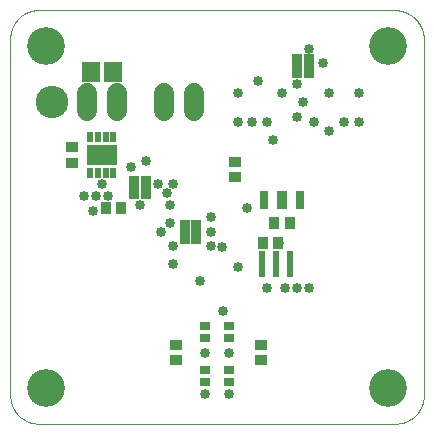
<source format=gbs>
G04 EAGLE Gerber RS-274X export*
G75*
%MOMM*%
%FSLAX35Y35*%
%LPD*%
%INsolder_mask_bottom*%
%IPPOS*%
%AMOC8*
5,1,8,0,0,1.08239X$1,22.5*%
G01*
%ADD10C,0.000000*%
%ADD11R,1.103200X0.903200*%
%ADD12R,0.903200X1.103200*%
%ADD13R,2.603200X1.703200*%
%ADD14R,0.553200X0.853200*%
%ADD15R,1.503200X1.703200*%
%ADD16C,1.703200*%
%ADD17R,0.603200X2.203200*%
%ADD18C,2.743200*%
%ADD19R,0.853200X0.503200*%
%ADD20R,0.903200X0.803200*%
%ADD21R,0.773200X1.603200*%
%ADD22R,0.853200X1.603200*%
%ADD23C,3.203200*%
%ADD24C,0.853200*%


D10*
X250000Y0D02*
X3250000Y0D01*
X3500000Y225000D02*
X3500000Y3275000D01*
X3225000Y3500000D02*
X250000Y3500000D01*
X0Y3275000D02*
X0Y225000D01*
X0Y3275000D02*
X371Y3280735D01*
X881Y3286460D01*
X1529Y3292170D01*
X2315Y3297864D01*
X3238Y3303536D01*
X4298Y3309185D01*
X5494Y3314806D01*
X6826Y3320397D01*
X8292Y3325954D01*
X9892Y3331474D01*
X11626Y3336954D01*
X13491Y3342390D01*
X15487Y3347780D01*
X17612Y3353120D01*
X19866Y3358406D01*
X22247Y3363637D01*
X24754Y3368809D01*
X27385Y3373919D01*
X30138Y3378963D01*
X33013Y3383940D01*
X36007Y3388846D01*
X39119Y3393678D01*
X42347Y3398433D01*
X45688Y3403109D01*
X49142Y3407703D01*
X52706Y3412212D01*
X56377Y3416633D01*
X60154Y3420965D01*
X64035Y3425204D01*
X68018Y3429348D01*
X72099Y3433395D01*
X76276Y3437342D01*
X80548Y3441186D01*
X84912Y3444927D01*
X89365Y3448561D01*
X93904Y3452086D01*
X98527Y3455500D01*
X103231Y3458802D01*
X108014Y3461989D01*
X112872Y3465060D01*
X117803Y3468012D01*
X122804Y3470844D01*
X127872Y3473555D01*
X133003Y3476142D01*
X138196Y3478605D01*
X143447Y3480942D01*
X148753Y3483150D01*
X154111Y3485230D01*
X159517Y3487180D01*
X164969Y3488999D01*
X170463Y3490686D01*
X175997Y3492239D01*
X181566Y3493658D01*
X187168Y3494942D01*
X192799Y3496090D01*
X198457Y3497102D01*
X204137Y3497977D01*
X209837Y3498715D01*
X215553Y3499314D01*
X221281Y3499775D01*
X227020Y3500098D01*
X232764Y3500282D01*
X238511Y3500327D01*
X244257Y3500233D01*
X250000Y3500000D01*
X3225000Y3500000D02*
X3231143Y3500538D01*
X3237297Y3500926D01*
X3243459Y3501162D01*
X3249625Y3501247D01*
X3255791Y3501180D01*
X3261953Y3500962D01*
X3268109Y3500594D01*
X3274253Y3500074D01*
X3280383Y3499403D01*
X3286494Y3498582D01*
X3292584Y3497612D01*
X3298648Y3496492D01*
X3304682Y3495224D01*
X3310684Y3493808D01*
X3316649Y3492246D01*
X3322574Y3490537D01*
X3328455Y3488684D01*
X3334289Y3486686D01*
X3340072Y3484546D01*
X3345801Y3482265D01*
X3351472Y3479844D01*
X3357083Y3477285D01*
X3362628Y3474588D01*
X3368106Y3471757D01*
X3373512Y3468792D01*
X3378845Y3465694D01*
X3384099Y3462467D01*
X3389273Y3459113D01*
X3394363Y3455632D01*
X3399366Y3452027D01*
X3404279Y3448300D01*
X3409099Y3444454D01*
X3413823Y3440491D01*
X3418449Y3436414D01*
X3422973Y3432224D01*
X3427393Y3427924D01*
X3431706Y3423517D01*
X3435909Y3419005D01*
X3440001Y3414392D01*
X3443978Y3409679D01*
X3447839Y3404871D01*
X3451580Y3399969D01*
X3455199Y3394977D01*
X3458695Y3389897D01*
X3462066Y3384733D01*
X3465309Y3379489D01*
X3468422Y3374166D01*
X3471403Y3368768D01*
X3474251Y3363299D01*
X3476964Y3357761D01*
X3479540Y3352159D01*
X3481978Y3346495D01*
X3484276Y3340773D01*
X3486433Y3334996D01*
X3488448Y3329168D01*
X3490319Y3323292D01*
X3492045Y3317372D01*
X3493626Y3311412D01*
X3495060Y3305415D01*
X3496346Y3299384D01*
X3497484Y3293323D01*
X3498472Y3287237D01*
X3499311Y3281128D01*
X3500000Y3275000D01*
X3500000Y225000D02*
X3499629Y219265D01*
X3499119Y213540D01*
X3498471Y207830D01*
X3497685Y202136D01*
X3496762Y196464D01*
X3495702Y190815D01*
X3494506Y185194D01*
X3493174Y179603D01*
X3491708Y174046D01*
X3490108Y168526D01*
X3488374Y163046D01*
X3486509Y157610D01*
X3484513Y152220D01*
X3482388Y146880D01*
X3480134Y141594D01*
X3477753Y136363D01*
X3475246Y131191D01*
X3472615Y126081D01*
X3469862Y121037D01*
X3466987Y116060D01*
X3463993Y111154D01*
X3460881Y106322D01*
X3457653Y101567D01*
X3454312Y96891D01*
X3450858Y92297D01*
X3447294Y87788D01*
X3443623Y83367D01*
X3439846Y79035D01*
X3435965Y74796D01*
X3431982Y70652D01*
X3427901Y66605D01*
X3423724Y62658D01*
X3419452Y58814D01*
X3415088Y55073D01*
X3410635Y51439D01*
X3406096Y47914D01*
X3401473Y44500D01*
X3396769Y41198D01*
X3391986Y38011D01*
X3387128Y34940D01*
X3382197Y31988D01*
X3377196Y29156D01*
X3372128Y26445D01*
X3366997Y23858D01*
X3361804Y21395D01*
X3356553Y19058D01*
X3351247Y16850D01*
X3345889Y14770D01*
X3340483Y12820D01*
X3335031Y11001D01*
X3329537Y9314D01*
X3324003Y7761D01*
X3318434Y6342D01*
X3312832Y5058D01*
X3307201Y3910D01*
X3301543Y2898D01*
X3295863Y2023D01*
X3290163Y1285D01*
X3284447Y686D01*
X3278719Y225D01*
X3272980Y-98D01*
X3267236Y-282D01*
X3261489Y-327D01*
X3255743Y-233D01*
X3250000Y0D01*
X250000Y0D02*
X244257Y-233D01*
X238511Y-327D01*
X232764Y-282D01*
X227020Y-98D01*
X221281Y225D01*
X215553Y686D01*
X209837Y1285D01*
X204137Y2023D01*
X198457Y2898D01*
X192799Y3910D01*
X187168Y5058D01*
X181566Y6342D01*
X175997Y7761D01*
X170463Y9314D01*
X164969Y11001D01*
X159517Y12820D01*
X154111Y14770D01*
X148753Y16850D01*
X143447Y19058D01*
X138196Y21395D01*
X133003Y23858D01*
X127872Y26445D01*
X122804Y29156D01*
X117803Y31988D01*
X112872Y34940D01*
X108014Y38011D01*
X103231Y41198D01*
X98527Y44500D01*
X93904Y47914D01*
X89365Y51439D01*
X84912Y55073D01*
X80548Y58814D01*
X76276Y62658D01*
X72099Y66605D01*
X68018Y70652D01*
X64035Y74796D01*
X60154Y79035D01*
X56377Y83367D01*
X52706Y87788D01*
X49142Y92297D01*
X45688Y96891D01*
X42347Y101567D01*
X39119Y106322D01*
X36007Y111154D01*
X33013Y116060D01*
X30138Y121037D01*
X27385Y126081D01*
X24754Y131191D01*
X22247Y136363D01*
X19866Y141594D01*
X17612Y146880D01*
X15487Y152220D01*
X13491Y157610D01*
X11626Y163046D01*
X9892Y168526D01*
X8292Y174046D01*
X6826Y179603D01*
X5494Y185194D01*
X4298Y190815D01*
X3238Y196464D01*
X2315Y202136D01*
X1529Y207830D01*
X881Y213540D01*
X371Y219265D01*
X0Y225000D01*
X3225000Y3500000D02*
X3231143Y3500538D01*
X3237297Y3500926D01*
X3243459Y3501162D01*
X3249625Y3501247D01*
X3255791Y3501180D01*
X3261953Y3500962D01*
X3268109Y3500594D01*
X3274253Y3500074D01*
X3280383Y3499403D01*
X3286494Y3498582D01*
X3292584Y3497612D01*
X3298648Y3496492D01*
X3304682Y3495224D01*
X3310684Y3493808D01*
X3316649Y3492246D01*
X3322574Y3490537D01*
X3328455Y3488684D01*
X3334289Y3486686D01*
X3340072Y3484546D01*
X3345801Y3482265D01*
X3351472Y3479844D01*
X3357083Y3477285D01*
X3362628Y3474588D01*
X3368106Y3471757D01*
X3373512Y3468792D01*
X3378845Y3465694D01*
X3384099Y3462467D01*
X3389273Y3459113D01*
X3394363Y3455632D01*
X3399366Y3452027D01*
X3404279Y3448300D01*
X3409099Y3444454D01*
X3413823Y3440491D01*
X3418449Y3436414D01*
X3422973Y3432224D01*
X3427393Y3427924D01*
X3431706Y3423517D01*
X3435909Y3419005D01*
X3440001Y3414392D01*
X3443978Y3409679D01*
X3447839Y3404871D01*
X3451580Y3399969D01*
X3455199Y3394977D01*
X3458695Y3389897D01*
X3462066Y3384733D01*
X3465309Y3379489D01*
X3468422Y3374166D01*
X3471403Y3368768D01*
X3474251Y3363299D01*
X3476964Y3357761D01*
X3479540Y3352159D01*
X3481978Y3346495D01*
X3484276Y3340773D01*
X3486433Y3334996D01*
X3488448Y3329168D01*
X3490319Y3323292D01*
X3492045Y3317372D01*
X3493626Y3311412D01*
X3495060Y3305415D01*
X3496346Y3299384D01*
X3497484Y3293323D01*
X3498472Y3287237D01*
X3499311Y3281128D01*
X3500000Y3275000D01*
X3500000Y225000D02*
X3499629Y219265D01*
X3499119Y213540D01*
X3498471Y207830D01*
X3497685Y202136D01*
X3496762Y196464D01*
X3495702Y190815D01*
X3494506Y185194D01*
X3493174Y179603D01*
X3491708Y174046D01*
X3490108Y168526D01*
X3488374Y163046D01*
X3486509Y157610D01*
X3484513Y152220D01*
X3482388Y146880D01*
X3480134Y141594D01*
X3477753Y136363D01*
X3475246Y131191D01*
X3472615Y126081D01*
X3469862Y121037D01*
X3466987Y116060D01*
X3463993Y111154D01*
X3460881Y106322D01*
X3457653Y101567D01*
X3454312Y96891D01*
X3450858Y92297D01*
X3447294Y87788D01*
X3443623Y83367D01*
X3439846Y79035D01*
X3435965Y74796D01*
X3431982Y70652D01*
X3427901Y66605D01*
X3423724Y62658D01*
X3419452Y58814D01*
X3415088Y55073D01*
X3410635Y51439D01*
X3406096Y47914D01*
X3401473Y44500D01*
X3396769Y41198D01*
X3391986Y38011D01*
X3387128Y34940D01*
X3382197Y31988D01*
X3377196Y29156D01*
X3372128Y26445D01*
X3366997Y23858D01*
X3361804Y21395D01*
X3356553Y19058D01*
X3351247Y16850D01*
X3345889Y14770D01*
X3340483Y12820D01*
X3335031Y11001D01*
X3329537Y9314D01*
X3324003Y7761D01*
X3318434Y6342D01*
X3312832Y5058D01*
X3307201Y3910D01*
X3301543Y2898D01*
X3295863Y2023D01*
X3290163Y1285D01*
X3284447Y686D01*
X3278719Y225D01*
X3272980Y-98D01*
X3267236Y-282D01*
X3261489Y-327D01*
X3255743Y-233D01*
X3250000Y0D01*
X250000Y0D02*
X244257Y-233D01*
X238511Y-327D01*
X232764Y-282D01*
X227020Y-98D01*
X221281Y225D01*
X215553Y686D01*
X209837Y1285D01*
X204137Y2023D01*
X198457Y2898D01*
X192799Y3910D01*
X187168Y5058D01*
X181566Y6342D01*
X175997Y7761D01*
X170463Y9314D01*
X164969Y11001D01*
X159517Y12820D01*
X154111Y14770D01*
X148753Y16850D01*
X143447Y19058D01*
X138196Y21395D01*
X133003Y23858D01*
X127872Y26445D01*
X122804Y29156D01*
X117803Y31988D01*
X112872Y34940D01*
X108014Y38011D01*
X103231Y41198D01*
X98527Y44500D01*
X93904Y47914D01*
X89365Y51439D01*
X84912Y55073D01*
X80548Y58814D01*
X76276Y62658D01*
X72099Y66605D01*
X68018Y70652D01*
X64035Y74796D01*
X60154Y79035D01*
X56377Y83367D01*
X52706Y87788D01*
X49142Y92297D01*
X45688Y96891D01*
X42347Y101567D01*
X39119Y106322D01*
X36007Y111154D01*
X33013Y116060D01*
X30138Y121037D01*
X27385Y126081D01*
X24754Y131191D01*
X22247Y136363D01*
X19866Y141594D01*
X17612Y146880D01*
X15487Y152220D01*
X13491Y157610D01*
X11626Y163046D01*
X9892Y168526D01*
X8292Y174046D01*
X6826Y179603D01*
X5494Y185194D01*
X4298Y190815D01*
X3238Y196464D01*
X2315Y202136D01*
X1529Y207830D01*
X881Y213540D01*
X371Y219265D01*
X0Y225000D01*
D11*
X525000Y2210000D03*
X525000Y2340000D03*
D12*
X2135000Y1525000D03*
X2265000Y1525000D03*
X940000Y1825000D03*
X810000Y1825000D03*
D13*
X775000Y2275000D03*
D14*
X872500Y2120000D03*
X807500Y2120000D03*
X742500Y2120000D03*
X677500Y2120000D03*
X872500Y2430000D03*
X807500Y2430000D03*
X742500Y2430000D03*
X677500Y2430000D03*
D15*
X680000Y2975000D03*
X870000Y2975000D03*
D16*
X1552000Y2800000D02*
X1552000Y2650000D01*
X1298000Y2650000D02*
X1298000Y2800000D01*
X902000Y2800000D02*
X902000Y2650000D01*
X648000Y2650000D02*
X648000Y2800000D01*
D17*
X2370000Y1350000D03*
X2250000Y1350000D03*
X2130000Y1350000D03*
D11*
X1900000Y2085000D03*
X1900000Y2215000D03*
D12*
X2365000Y1700000D03*
X2235000Y1700000D03*
D18*
X350000Y2725000D03*
D19*
X1475000Y1550000D03*
X1475000Y1600000D03*
X1475000Y1650000D03*
X1475000Y1700000D03*
X1575000Y1700000D03*
X1575000Y1650000D03*
X1575000Y1600000D03*
X1575000Y1550000D03*
X1150000Y2075000D03*
X1150000Y2025000D03*
X1150000Y1975000D03*
X1150000Y1925000D03*
X1050000Y1925000D03*
X1050000Y1975000D03*
X1050000Y2025000D03*
X1050000Y2075000D03*
X2425000Y2950000D03*
X2425000Y3000000D03*
X2425000Y3050000D03*
X2425000Y3100000D03*
X2525000Y3100000D03*
X2525000Y3050000D03*
X2525000Y3000000D03*
X2525000Y2950000D03*
D11*
X1400000Y665000D03*
X1400000Y535000D03*
X2125000Y665000D03*
X2125000Y535000D03*
D20*
X1650000Y350000D03*
X1650000Y450000D03*
X1650000Y825000D03*
X1650000Y725000D03*
X1850000Y350000D03*
X1850000Y450000D03*
X1850000Y825000D03*
X1850000Y725000D03*
D21*
X2450000Y1893500D03*
X2150000Y1893500D03*
D22*
X2300000Y1893500D03*
D23*
X300000Y3200000D03*
X300000Y300000D03*
X3200000Y300000D03*
X3200000Y3200000D03*
D24*
X700000Y1800000D03*
X1925000Y1325000D03*
X2000000Y1825000D03*
X1350000Y1850000D03*
X1375000Y2025000D03*
X2275000Y1525000D03*
X1100000Y1850000D03*
X2100000Y2900000D03*
X2425000Y2600000D03*
X2225000Y2400000D03*
X1700000Y1625000D03*
X1700000Y1750000D03*
X1700000Y1500000D03*
X1325000Y1950000D03*
X825000Y1925000D03*
X725000Y1925000D03*
X1375000Y1350000D03*
X2525000Y1150000D03*
X2425000Y1150000D03*
X1608462Y1208462D03*
X2325000Y1150000D03*
X2175000Y1150000D03*
X1150000Y2225000D03*
X1375000Y1500000D03*
X775000Y2025000D03*
X1025000Y2175000D03*
X1789500Y1497576D03*
X1800000Y950000D03*
X625000Y1925000D03*
X2700000Y2475000D03*
X2700000Y2800000D03*
X2575000Y2550000D03*
X2650000Y3050000D03*
X1250000Y2025000D03*
X2525000Y3175000D03*
X1925000Y2550000D03*
X2950000Y2550000D03*
X1650000Y250000D03*
X1850000Y250000D03*
X1275000Y1625000D03*
X1350000Y1700000D03*
X2475000Y2725000D03*
X2175000Y2550000D03*
X2300000Y2800000D03*
X2050000Y2550000D03*
X1925000Y2800000D03*
X2825000Y2550000D03*
X2950000Y2800000D03*
X2425000Y2875000D03*
X1650000Y600000D03*
X1850000Y600000D03*
M02*

</source>
